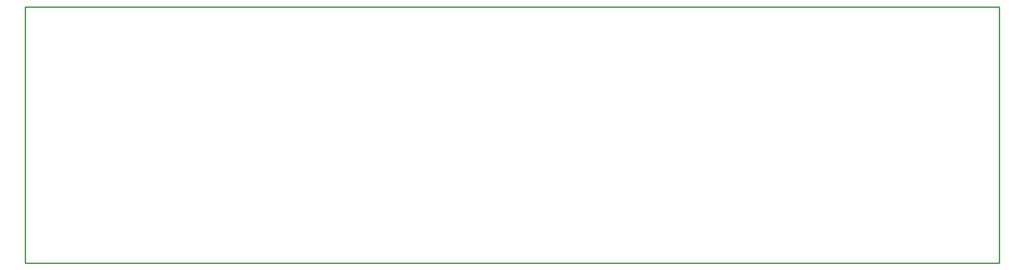
<source format=gko>
G04*
G04 #@! TF.GenerationSoftware,Altium Limited,Altium Designer,18.0.7 (293)*
G04*
G04 Layer_Color=16711935*
%FSTAX24Y24*%
%MOIN*%
G70*
G01*
G75*
%ADD11C,0.0100*%
D11*
X074803Y0325D02*
Y052185D01*
X0D02*
X074803D01*
X0Y0325D02*
Y052185D01*
Y0325D02*
X074803D01*
M02*

</source>
